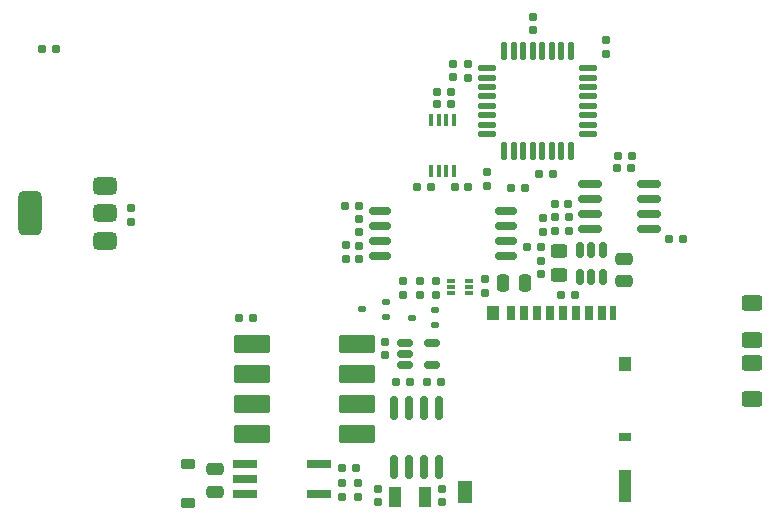
<source format=gbp>
G04 #@! TF.GenerationSoftware,KiCad,Pcbnew,8.0.0*
G04 #@! TF.CreationDate,2024-04-27T08:46:39-07:00*
G04 #@! TF.ProjectId,module controller,6d6f6475-6c65-4206-936f-6e74726f6c6c,rev?*
G04 #@! TF.SameCoordinates,Original*
G04 #@! TF.FileFunction,Paste,Bot*
G04 #@! TF.FilePolarity,Positive*
%FSLAX46Y46*%
G04 Gerber Fmt 4.6, Leading zero omitted, Abs format (unit mm)*
G04 Created by KiCad (PCBNEW 8.0.0) date 2024-04-27 08:46:39*
%MOMM*%
%LPD*%
G01*
G04 APERTURE LIST*
G04 Aperture macros list*
%AMRoundRect*
0 Rectangle with rounded corners*
0 $1 Rounding radius*
0 $2 $3 $4 $5 $6 $7 $8 $9 X,Y pos of 4 corners*
0 Add a 4 corners polygon primitive as box body*
4,1,4,$2,$3,$4,$5,$6,$7,$8,$9,$2,$3,0*
0 Add four circle primitives for the rounded corners*
1,1,$1+$1,$2,$3*
1,1,$1+$1,$4,$5*
1,1,$1+$1,$6,$7*
1,1,$1+$1,$8,$9*
0 Add four rect primitives between the rounded corners*
20,1,$1+$1,$2,$3,$4,$5,0*
20,1,$1+$1,$4,$5,$6,$7,0*
20,1,$1+$1,$6,$7,$8,$9,0*
20,1,$1+$1,$8,$9,$2,$3,0*%
G04 Aperture macros list end*
%ADD10RoundRect,0.250000X-0.450000X0.325000X-0.450000X-0.325000X0.450000X-0.325000X0.450000X0.325000X0*%
%ADD11RoundRect,0.155000X0.212500X0.155000X-0.212500X0.155000X-0.212500X-0.155000X0.212500X-0.155000X0*%
%ADD12RoundRect,0.155000X0.155000X-0.212500X0.155000X0.212500X-0.155000X0.212500X-0.155000X-0.212500X0*%
%ADD13R,1.000000X1.800000*%
%ADD14RoundRect,0.155000X-0.212500X-0.155000X0.212500X-0.155000X0.212500X0.155000X-0.212500X0.155000X0*%
%ADD15RoundRect,0.160000X-0.160000X0.197500X-0.160000X-0.197500X0.160000X-0.197500X0.160000X0.197500X0*%
%ADD16RoundRect,0.155000X-0.155000X0.212500X-0.155000X-0.212500X0.155000X-0.212500X0.155000X0.212500X0*%
%ADD17RoundRect,0.160000X-0.197500X-0.160000X0.197500X-0.160000X0.197500X0.160000X-0.197500X0.160000X0*%
%ADD18RoundRect,0.250000X-0.475000X0.250000X-0.475000X-0.250000X0.475000X-0.250000X0.475000X0.250000X0*%
%ADD19RoundRect,0.160000X0.197500X0.160000X-0.197500X0.160000X-0.197500X-0.160000X0.197500X-0.160000X0*%
%ADD20RoundRect,0.150000X0.150000X-0.825000X0.150000X0.825000X-0.150000X0.825000X-0.150000X-0.825000X0*%
%ADD21RoundRect,0.250000X-0.625000X0.400000X-0.625000X-0.400000X0.625000X-0.400000X0.625000X0.400000X0*%
%ADD22RoundRect,0.112500X-0.237500X0.112500X-0.237500X-0.112500X0.237500X-0.112500X0.237500X0.112500X0*%
%ADD23RoundRect,0.250000X1.300000X0.550000X-1.300000X0.550000X-1.300000X-0.550000X1.300000X-0.550000X0*%
%ADD24RoundRect,0.150000X0.750000X0.150000X-0.750000X0.150000X-0.750000X-0.150000X0.750000X-0.150000X0*%
%ADD25RoundRect,0.160000X0.160000X-0.197500X0.160000X0.197500X-0.160000X0.197500X-0.160000X-0.197500X0*%
%ADD26R,0.400000X1.100000*%
%ADD27R,0.700000X1.200000*%
%ADD28R,0.500000X1.200000*%
%ADD29R,1.000000X0.800000*%
%ADD30R,1.000000X2.800000*%
%ADD31R,1.000000X1.200000*%
%ADD32R,1.300000X1.900000*%
%ADD33RoundRect,0.150000X-0.825000X-0.150000X0.825000X-0.150000X0.825000X0.150000X-0.825000X0.150000X0*%
%ADD34R,2.000000X0.640000*%
%ADD35RoundRect,0.150000X-0.150000X0.512500X-0.150000X-0.512500X0.150000X-0.512500X0.150000X0.512500X0*%
%ADD36RoundRect,0.250000X0.250000X0.475000X-0.250000X0.475000X-0.250000X-0.475000X0.250000X-0.475000X0*%
%ADD37RoundRect,0.075000X-0.275000X-0.075000X0.275000X-0.075000X0.275000X0.075000X-0.275000X0.075000X0*%
%ADD38RoundRect,0.375000X0.625000X0.375000X-0.625000X0.375000X-0.625000X-0.375000X0.625000X-0.375000X0*%
%ADD39RoundRect,0.500000X0.500000X1.400000X-0.500000X1.400000X-0.500000X-1.400000X0.500000X-1.400000X0*%
%ADD40RoundRect,0.225000X0.375000X-0.225000X0.375000X0.225000X-0.375000X0.225000X-0.375000X-0.225000X0*%
%ADD41RoundRect,0.150000X-0.512500X-0.150000X0.512500X-0.150000X0.512500X0.150000X-0.512500X0.150000X0*%
%ADD42RoundRect,0.125000X-0.125000X0.675000X-0.125000X-0.675000X0.125000X-0.675000X0.125000X0.675000X0*%
%ADD43RoundRect,0.125000X0.675000X0.125000X-0.675000X0.125000X-0.675000X-0.125000X0.675000X-0.125000X0*%
G04 APERTURE END LIST*
D10*
X135800000Y-54075000D03*
X135800000Y-56125000D03*
D11*
X135217500Y-47600000D03*
X134082500Y-47600000D03*
D12*
X125870000Y-75337500D03*
X125870000Y-74202500D03*
D13*
X121880000Y-74880000D03*
X124380000Y-74880000D03*
D14*
X124612500Y-65150000D03*
X125747500Y-65150000D03*
D12*
X133600000Y-35387500D03*
X133600000Y-34252500D03*
D15*
X135400000Y-51202500D03*
X135400000Y-52397500D03*
D16*
X121050000Y-61772500D03*
X121050000Y-62907500D03*
D17*
X140722500Y-46040000D03*
X141917500Y-46040000D03*
D14*
X126962500Y-48680000D03*
X128097500Y-48680000D03*
D18*
X141300000Y-54750000D03*
X141300000Y-56650000D03*
D16*
X134400000Y-51332500D03*
X134400000Y-52467500D03*
D12*
X126820000Y-39367500D03*
X126820000Y-38232500D03*
D15*
X136600000Y-51202500D03*
X136600000Y-52397500D03*
D19*
X141887500Y-47050000D03*
X140692500Y-47050000D03*
D11*
X109837500Y-59730000D03*
X108702500Y-59730000D03*
D20*
X125595000Y-72335000D03*
X124325000Y-72335000D03*
X123055000Y-72335000D03*
X121785000Y-72335000D03*
X121785000Y-67385000D03*
X123055000Y-67385000D03*
X124325000Y-67385000D03*
X125595000Y-67385000D03*
D21*
X152080000Y-63550000D03*
X152080000Y-66650000D03*
D22*
X121090000Y-58389999D03*
X121089999Y-59690000D03*
X119090000Y-59040000D03*
D23*
X118695000Y-61960000D03*
X118695000Y-64500000D03*
X118695000Y-67040000D03*
X118695000Y-69580000D03*
X109805000Y-69580000D03*
X109805000Y-67040000D03*
X109805000Y-64500000D03*
X109805000Y-61960000D03*
D11*
X123117500Y-65210000D03*
X121982500Y-65210000D03*
D24*
X131295000Y-50715000D03*
X131295000Y-51985000D03*
X131295000Y-53255000D03*
X131295000Y-54525000D03*
X120645000Y-54525000D03*
X120645000Y-53255000D03*
X120645000Y-51985000D03*
X120645000Y-50715000D03*
D21*
X152080000Y-58500000D03*
X152080000Y-61600000D03*
D12*
X99500000Y-51605000D03*
X99500000Y-50470000D03*
D11*
X136567500Y-50100000D03*
X135432500Y-50100000D03*
D25*
X122570000Y-57810000D03*
X122570000Y-56615000D03*
D15*
X117380000Y-73712500D03*
X117380000Y-74907500D03*
X125380000Y-56605000D03*
X125380000Y-57800000D03*
D19*
X118867500Y-50290000D03*
X117672500Y-50290000D03*
D25*
X124020000Y-57830000D03*
X124020000Y-56635000D03*
D16*
X118810000Y-53632500D03*
X118810000Y-54767500D03*
D26*
X124925000Y-43010000D03*
X125575000Y-43010000D03*
X126225000Y-43010000D03*
X126875000Y-43010000D03*
X126875000Y-47310000D03*
X126225000Y-47310000D03*
X125575000Y-47310000D03*
X124925000Y-47310000D03*
D25*
X139770000Y-37397500D03*
X139770000Y-36202500D03*
D22*
X125300000Y-59069999D03*
X125299999Y-60370000D03*
X123300000Y-59720000D03*
D16*
X120440000Y-74202500D03*
X120440000Y-75337500D03*
D11*
X134217500Y-53750000D03*
X133082500Y-53750000D03*
D27*
X131725000Y-59375000D03*
X132825000Y-59375000D03*
X133925000Y-59375000D03*
X135025000Y-59375000D03*
X136125000Y-59375000D03*
X137225000Y-59375000D03*
X138325000Y-59375000D03*
X139425000Y-59375000D03*
D28*
X140375000Y-59375000D03*
D29*
X141325000Y-69875000D03*
D30*
X141325000Y-74025000D03*
D31*
X141325000Y-63675000D03*
X130175000Y-59375000D03*
D32*
X127825000Y-74475000D03*
D15*
X118730000Y-73712500D03*
X118730000Y-74907500D03*
D16*
X118810000Y-51352500D03*
X118810000Y-52487500D03*
D33*
X138425000Y-52205000D03*
X138425000Y-50935000D03*
X138425000Y-49665000D03*
X138425000Y-48395000D03*
X143375000Y-48395000D03*
X143375000Y-49665000D03*
X143375000Y-50935000D03*
X143375000Y-52205000D03*
D19*
X126597500Y-40640000D03*
X125402500Y-40640000D03*
D14*
X135957500Y-57785000D03*
X137092500Y-57785000D03*
D15*
X129650000Y-47402500D03*
X129650000Y-48597500D03*
D14*
X145112500Y-53040000D03*
X146247500Y-53040000D03*
D34*
X115480000Y-72110000D03*
X115480000Y-74650000D03*
X109180000Y-74650000D03*
X109180000Y-73380000D03*
X109180000Y-72110000D03*
D12*
X134200000Y-56042500D03*
X134200000Y-54907500D03*
D19*
X126607500Y-41680000D03*
X125412500Y-41680000D03*
D17*
X117362500Y-72470000D03*
X118557500Y-72470000D03*
D35*
X137550000Y-53980500D03*
X138500000Y-53980500D03*
X139450000Y-53980500D03*
X139450000Y-56255500D03*
X138500000Y-56255500D03*
X137550000Y-56255500D03*
D14*
X92032500Y-36990000D03*
X93167500Y-36990000D03*
D36*
X132925000Y-56825000D03*
X131025000Y-56825000D03*
D37*
X126650000Y-57655000D03*
X126650000Y-57155000D03*
X126650000Y-56655000D03*
X128150000Y-56655000D03*
X128150000Y-57155000D03*
X128150000Y-57655000D03*
D16*
X117730000Y-53602500D03*
X117730000Y-54737500D03*
D18*
X106651764Y-72571764D03*
X106651764Y-74471764D03*
D38*
X97310000Y-48610000D03*
X97310000Y-50910000D03*
X97310000Y-53210000D03*
D39*
X91010000Y-50910000D03*
D40*
X104380000Y-75447500D03*
X104380000Y-72147500D03*
D17*
X131672500Y-48750000D03*
X132867500Y-48750000D03*
D16*
X129470000Y-56472500D03*
X129470000Y-57607500D03*
D15*
X128020000Y-38232500D03*
X128020000Y-39427500D03*
D41*
X122702500Y-63770000D03*
X122702500Y-62820000D03*
X122702500Y-61870000D03*
X124977500Y-61870000D03*
X124977500Y-63770000D03*
D42*
X131150000Y-37150000D03*
X131950000Y-37150000D03*
X132750000Y-37150000D03*
X133550000Y-37150000D03*
X134350000Y-37150000D03*
X135150000Y-37150000D03*
X135950000Y-37150000D03*
X136750000Y-37150000D03*
D43*
X138200000Y-38600000D03*
X138200000Y-39400000D03*
X138200000Y-40200000D03*
X138200000Y-41000000D03*
X138200000Y-41800000D03*
X138200000Y-42600000D03*
X138200000Y-43400000D03*
X138200000Y-44200000D03*
D42*
X136750000Y-45650000D03*
X135950000Y-45650000D03*
X135150000Y-45650000D03*
X134350000Y-45650000D03*
X133550000Y-45650000D03*
X132750000Y-45650000D03*
X131950000Y-45650000D03*
X131150000Y-45650000D03*
D43*
X129700000Y-44200000D03*
X129700000Y-43400000D03*
X129700000Y-42600000D03*
X129700000Y-41800000D03*
X129700000Y-41000000D03*
X129700000Y-40200000D03*
X129700000Y-39400000D03*
X129700000Y-38600000D03*
D11*
X124915000Y-48710000D03*
X123780000Y-48710000D03*
M02*

</source>
